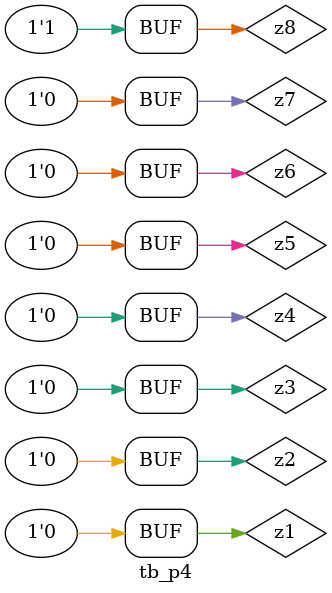
<source format=v>
module tb_p4();
    // Mode Declaration
    reg z1,z2,z3,z4,z5,z6,z7,z8;
    wire [2:0] op;

    // Instantiate p4
    p4 UUT (op,z1,z2,z3,z4,z5,z6,z7,z8);

    // Testcase: Only one zone is intruded one time
    initial begin
        {z1,z2,z3,z4,z5,z6,z7,z8} = 8'b10000000;
        #10;
        {z1,z2,z3,z4,z5,z6,z7,z8} = 8'b01000000;
        #10;
        {z1,z2,z3,z4,z5,z6,z7,z8} = 8'b00100000;
        #10;
        {z1,z2,z3,z4,z5,z6,z7,z8} = 8'b00010000;
        #10;
        {z1,z2,z3,z4,z5,z6,z7,z8} = 8'b00001000;
        #10;
        {z1,z2,z3,z4,z5,z6,z7,z8} = 8'b00000100;
        #10;
        {z1,z2,z3,z4,z5,z6,z7,z8} = 8'b00000010;
        #10;
        {z1,z2,z3,z4,z5,z6,z7,z8} = 8'b00000001;
        #10;
    end
    
    // Display all parameters
    initial begin
        $monitor("z1=%b z2=%b z3=%b z4=%b z5=%b z6=%b z7=%b z8=%b op=%b",z1,z2,z3,z4,z5,z6,z7,z8,op);
    end
endmodule
</source>
